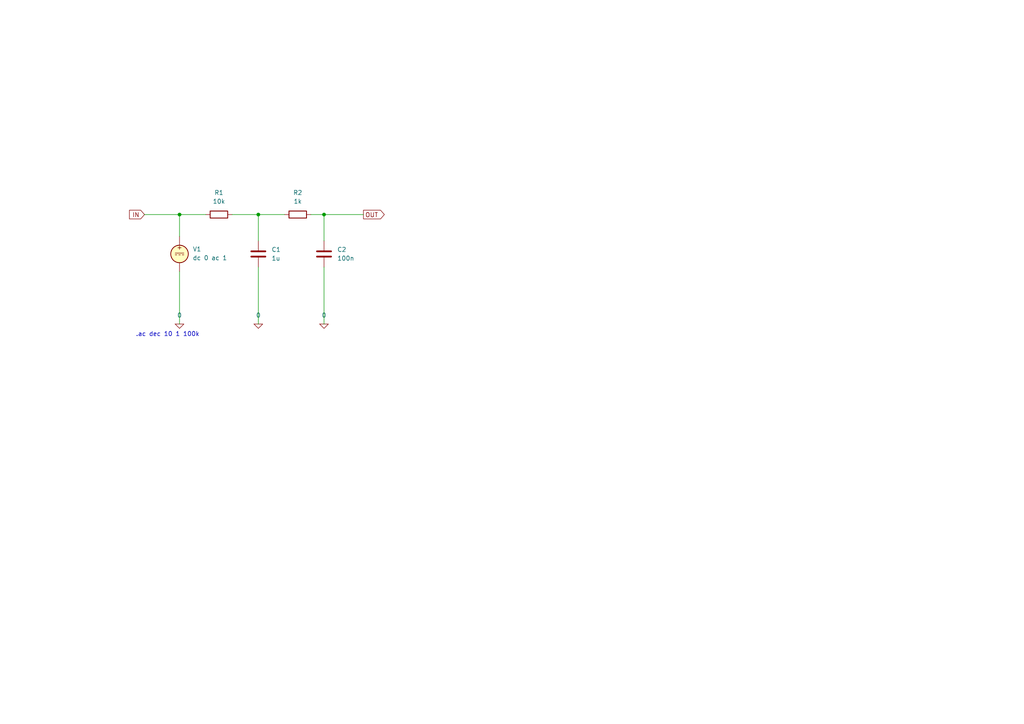
<source format=kicad_sch>
(kicad_sch (version 20230121) (generator eeschema)
  (paper "A4")
  (lib_symbols
    (symbol "Device:C" (pin_numbers hide) (pin_names (offset 0.254))
      (property "Reference" "C" (at 0.635 2.54 0))
      (property "Value" "C" (at 0.635 -2.54 0))
      (symbol "C_0_1"
        (polyline (pts (xy -2.032 -0.762) (xy 2.032 -0.762)) (stroke (width 0.508)))
        (polyline (pts (xy -2.032 0.762) (xy 2.032 0.762)) (stroke (width 0.508)))
      )
      (symbol "C_1_1"
        (pin passive line (at 0 3.81 270) (length 2.794) (name "~") (number "1"))
        (pin passive line (at 0 -3.81 90) (length 2.794) (name "~") (number "2"))
      )
    )
    (symbol "Device:R" (pin_numbers hide) (pin_names (offset 0))
      (property "Reference" "R" (at 2.032 0 90))
      (property "Value" "R" (at 0 0 90))
      (symbol "R_0_1"
        (rectangle (start -1.016 -2.54) (end 1.016 2.54) (stroke (width 0.254)))
      )
      (symbol "R_1_1"
        (pin passive line (at 0 3.81 270) (length 1.27) (name "~") (number "1"))
        (pin passive line (at 0 -3.81 90) (length 1.27) (name "~") (number "2"))
      )
    )
    (symbol "Simulation_SPICE:0" (power) (pin_names (offset 0))
      (property "Value" "0" (at 0 -1.778 0))
      (symbol "0_0_1"
        (polyline (pts (xy -1.27 0) (xy 0 -1.27) (xy 1.27 0) (xy -1.27 0)))
      )
      (symbol "0_1_1"
        (pin power_in line (at 0 0 0) (length 0) hide (name "0") (number "1"))
      )
    )
    (symbol "Simulation_SPICE:VDC" (pin_numbers hide) (pin_names (offset 0.0254))
      (property "Reference" "V" (at 2.54 2.54 0))
      (property "Value" "1" (at 2.54 0 0))
      (symbol "VDC_0_0"
        (polyline (pts (xy -1.27 0.254) (xy 1.27 0.254)))
        (polyline (pts (xy -0.762 -0.254) (xy -1.27 -0.254)))
        (polyline (pts (xy 0.254 -0.254) (xy -0.254 -0.254)))
        (polyline (pts (xy 1.27 -0.254) (xy 0.762 -0.254)))
        (text "+" (at 0 1.905 0) (effects (font (size 1.27 1.27))))
      )
      (symbol "VDC_0_1"
        (circle (center 0 0) (radius 2.54) (stroke (width 0.254)) (fill (type background)))
      )
      (symbol "VDC_1_1"
        (pin passive line (at 0 5.08 270) (length 2.54) (name "~") (number "1"))
        (pin passive line (at 0 -5.08 90) (length 2.54) (name "~") (number "2"))
      )
    )
  )
  (junction (at 52.07 62.23))
  (junction (at 74.93 62.23))
  (junction (at 93.98 62.23))
  (wire (pts (xy 41.91 62.23) (xy 52.07 62.23)))
  (wire (pts (xy 74.93 77.47) (xy 74.93 93.98)))
  (wire (pts (xy 90.17 62.23) (xy 93.98 62.23)))
  (wire (pts (xy 93.98 77.47) (xy 93.98 93.98)))
  (wire (pts (xy 52.07 62.23) (xy 59.69 62.23)))
  (wire (pts (xy 74.93 62.23) (xy 82.55 62.23)))
  (wire (pts (xy 93.98 62.23) (xy 105.41 62.23)))
  (wire (pts (xy 67.31 62.23) (xy 74.93 62.23)))
  (wire (pts (xy 93.98 62.23) (xy 93.98 69.85)))
  (wire (pts (xy 52.07 78.74) (xy 52.07 93.98)))
  (wire (pts (xy 52.07 68.58) (xy 52.07 62.23)))
  (wire (pts (xy 74.93 62.23) (xy 74.93 69.85)))
  (text ".ac dec 10 1 100k" (at 39.37 97.79 0) (effects (font (size 1.27 1.27)) (justify left bottom)))
  (global_label "OUT" (shape output) (at 105.41 62.23 0) (property "Intersheetrefs" "${INTERSHEET_REFS}" (effects hide)))
  (global_label "IN" (shape input) (at 41.91 62.23 180) (property "Intersheetrefs" "${INTERSHEET_REFS}" (effects hide)))
  (symbol (lib_id "Simulation_SPICE:0") (at 52.07 93.98 0) (unit 1)
    (property "Reference" "#GND01" (effects hide))
    (property "Value" "0" (at 52.07 91.44 0))
  )
  (symbol (lib_id "Device:C") (at 74.93 73.66 0) (unit 1)
    (property "Reference" "C1" (at 78.74 72.39 0) (effects (justify left)))
    (property "Value" "1u" (at 78.74 74.93 0) (effects (justify left)))
  )
  (symbol (lib_id "Simulation_SPICE:VDC") (at 52.07 73.66 0) (unit 1)
    (property "Reference" "V1" (at 55.88 72.2602 0) (effects (justify left)))
    (property "Value" "dc 0 ac 1" (at 55.88 74.8002 0) (effects (justify left)))
    (property "Sim.Pins" "1=+ 2=-" (effects hide))
    (property "Sim.Type" "DC" (effects hide))
    (property "Sim.Device" "V" (effects hide))
  )
  (symbol (lib_id "Device:R") (at 86.36 62.23 90) (unit 1)
    (property "Reference" "R2" (at 86.36 55.88 90))
    (property "Value" "1k" (at 86.36 58.42 90))
  )
  (symbol (lib_id "Simulation_SPICE:0") (at 74.93 93.98 0) (unit 1)
    (property "Reference" "#GND02" (effects hide))
    (property "Value" "0" (at 74.93 91.44 0))
  )
  (symbol (lib_id "Simulation_SPICE:0") (at 93.98 93.98 0) (unit 1)
    (property "Reference" "#GND03" (effects hide))
    (property "Value" "0" (at 93.98 91.44 0))
  )
  (symbol (lib_id "Device:R") (at 63.5 62.23 90) (unit 1)
    (property "Reference" "R1" (at 63.5 55.88 90))
    (property "Value" "10k" (at 63.5 58.42 90))
  )
  (symbol (lib_id "Device:C") (at 93.98 73.66 0) (unit 1)
    (property "Reference" "C2" (at 97.79 72.39 0) (effects (justify left)))
    (property "Value" "100n" (at 97.79 74.93 0) (effects (justify left)))
  )
)
</source>
